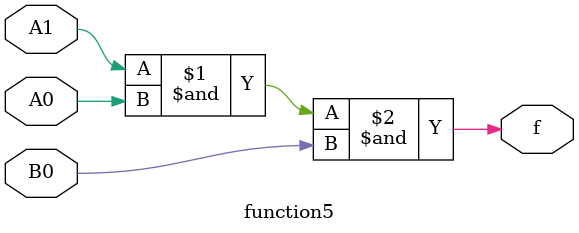
<source format=v>
module function5(A0,A1,B0,f);
    input A0,A1,B0;
    output f;
    assign f = A1&A0&B0;
endmodule

</source>
